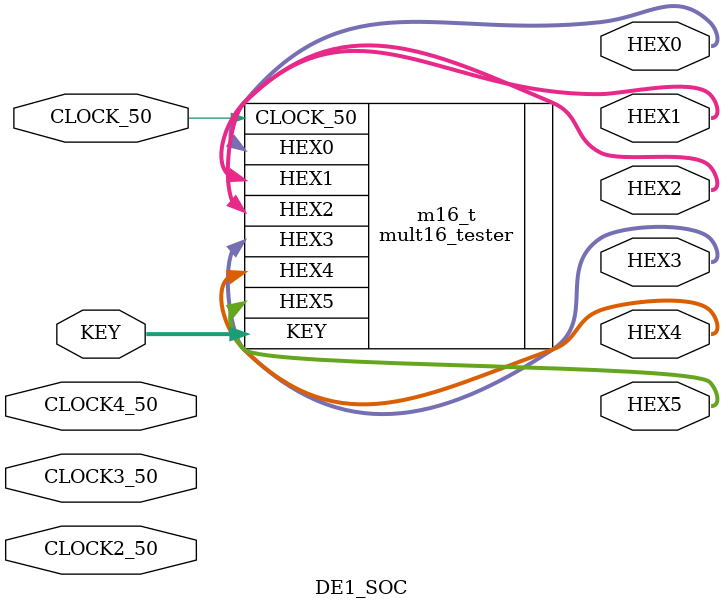
<source format=sv>


module DE1_SOC(

	//////////// CLOCK //////////
	input 		          		CLOCK2_50,
	input 		          		CLOCK3_50,
	input 		          		CLOCK4_50,
	input 		          		CLOCK_50,

	//////////// SEG7 //////////
	output		     [6:0]		HEX0,
	output		     [6:0]		HEX1,
	output		     [6:0]		HEX2,
	output		     [6:0]		HEX3,
	output		     [6:0]		HEX4,
	output		     [6:0]		HEX5,

	//////////// KEY //////////
	input 		     [3:0]		KEY
);



//=======================================================
//  REG/WIRE declarations
//=======================================================

mult16_tester m16_t (.CLOCK_50(CLOCK_50),.KEY(KEY),.HEX5(HEX5), .HEX4(HEX4),.HEX3(HEX3),.HEX2(HEX2),.HEX1(HEX1), .HEX0(HEX0));


//=======================================================
//  Structural coding
//=======================================================



endmodule

</source>
